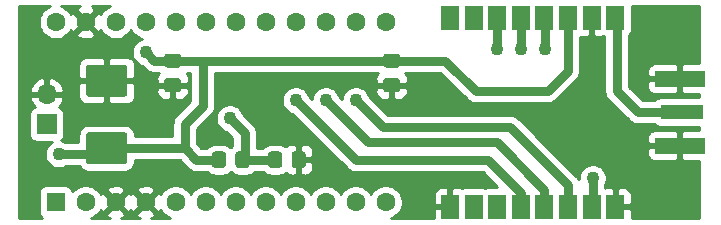
<source format=gbr>
%TF.GenerationSoftware,KiCad,Pcbnew,5.1.9+dfsg1-1+deb11u1*%
%TF.CreationDate,2023-03-09T17:46:08+02:00*%
%TF.ProjectId,lora_digirepeater_micro,6c6f7261-5f64-4696-9769-726570656174,rev?*%
%TF.SameCoordinates,Original*%
%TF.FileFunction,Copper,L1,Top*%
%TF.FilePolarity,Positive*%
%FSLAX46Y46*%
G04 Gerber Fmt 4.6, Leading zero omitted, Abs format (unit mm)*
G04 Created by KiCad (PCBNEW 5.1.9+dfsg1-1+deb11u1) date 2023-03-09 17:46:08*
%MOMM*%
%LPD*%
G01*
G04 APERTURE LIST*
%TA.AperFunction,ComponentPad*%
%ADD10R,1.600000X1.600000*%
%TD*%
%TA.AperFunction,ComponentPad*%
%ADD11C,1.600000*%
%TD*%
%TA.AperFunction,SMDPad,CuDef*%
%ADD12R,1.500000X2.000000*%
%TD*%
%TA.AperFunction,ComponentPad*%
%ADD13R,1.700000X1.700000*%
%TD*%
%TA.AperFunction,ComponentPad*%
%ADD14O,1.700000X1.700000*%
%TD*%
%TA.AperFunction,SMDPad,CuDef*%
%ADD15R,4.200000X1.350000*%
%TD*%
%TA.AperFunction,SMDPad,CuDef*%
%ADD16R,3.600000X1.270000*%
%TD*%
%TA.AperFunction,ViaPad*%
%ADD17C,1.100000*%
%TD*%
%TA.AperFunction,Conductor*%
%ADD18C,0.250000*%
%TD*%
%TA.AperFunction,Conductor*%
%ADD19C,0.500000*%
%TD*%
%TA.AperFunction,Conductor*%
%ADD20C,0.800000*%
%TD*%
%TA.AperFunction,Conductor*%
%ADD21C,0.254000*%
%TD*%
%TA.AperFunction,Conductor*%
%ADD22C,0.100000*%
%TD*%
G04 APERTURE END LIST*
D10*
%TO.P,U1,1*%
%TO.N,N/C*%
X114046000Y-105664000D03*
D11*
%TO.P,U1,2*%
X116586000Y-105664000D03*
%TO.P,U1,3*%
%TO.N,GND*%
X119126000Y-105664000D03*
%TO.P,U1,4*%
X121666000Y-105664000D03*
%TO.P,U1,5*%
%TO.N,DIO1*%
X124206000Y-105664000D03*
%TO.P,U1,6*%
%TO.N,DIO0*%
X126746000Y-105664000D03*
%TO.P,U1,7*%
%TO.N,NRST*%
X129286000Y-105664000D03*
%TO.P,U1,8*%
%TO.N,NSS*%
X131826000Y-105664000D03*
%TO.P,U1,9*%
%TO.N,N/C*%
X134366000Y-105664000D03*
%TO.P,U1,10*%
X136906000Y-105664000D03*
%TO.P,U1,11*%
X139446000Y-105664000D03*
%TO.P,U1,12*%
X141986000Y-105664000D03*
%TO.P,U1,13*%
X141986000Y-90424000D03*
%TO.P,U1,14*%
%TO.N,MOSI*%
X139446000Y-90424000D03*
%TO.P,U1,15*%
%TO.N,MISO*%
X136906000Y-90424000D03*
%TO.P,U1,16*%
%TO.N,SCK*%
X134366000Y-90424000D03*
%TO.P,U1,17*%
%TO.N,N/C*%
X131826000Y-90424000D03*
%TO.P,U1,18*%
X129286000Y-90424000D03*
%TO.P,U1,19*%
X126746000Y-90424000D03*
%TO.P,U1,20*%
%TO.N,VBAT*%
X124206000Y-90424000D03*
%TO.P,U1,21*%
%TO.N,+3V3*%
X121666000Y-90424000D03*
%TO.P,U1,22*%
%TO.N,N/C*%
X119126000Y-90424000D03*
%TO.P,U1,23*%
%TO.N,GND*%
X116586000Y-90424000D03*
%TO.P,U1,24*%
%TO.N,N/C*%
X114046000Y-90424000D03*
%TD*%
D12*
%TO.P,U2,16*%
%TO.N,GND*%
X161432000Y-106044000D03*
%TO.P,U2,15*%
%TO.N,NSS*%
X159432000Y-106044000D03*
%TO.P,U2,14*%
%TO.N,MOSI*%
X157432000Y-106044000D03*
%TO.P,U2,13*%
%TO.N,MISO*%
X155432000Y-106044000D03*
%TO.P,U2,12*%
%TO.N,SCK*%
X153432000Y-106044000D03*
%TO.P,U2,11*%
%TO.N,N/C*%
X151432000Y-106044000D03*
%TO.P,U2,10*%
X149432000Y-106044000D03*
%TO.P,U2,9*%
%TO.N,GND*%
X147432000Y-106044000D03*
%TO.P,U2,8*%
%TO.N,N/C*%
X147432000Y-90044000D03*
%TO.P,U2,7*%
X149432000Y-90044000D03*
%TO.P,U2,6*%
%TO.N,DIO1*%
X151432000Y-90044000D03*
%TO.P,U2,5*%
%TO.N,DIO0*%
X153432000Y-90044000D03*
%TO.P,U2,4*%
%TO.N,NRST*%
X155432000Y-90044000D03*
%TO.P,U2,3*%
%TO.N,+3V3*%
X157432000Y-90044000D03*
%TO.P,U2,2*%
%TO.N,GND*%
X159432000Y-90044000D03*
%TO.P,U2,1*%
%TO.N,ANT*%
X161432000Y-90044000D03*
%TD*%
D13*
%TO.P,J1,1*%
%TO.N,+3V3*%
X113284000Y-99060000D03*
D14*
%TO.P,J1,2*%
%TO.N,GND*%
X113284000Y-96520000D03*
%TD*%
%TO.P,C1,2*%
%TO.N,GND*%
%TA.AperFunction,SMDPad,CuDef*%
G36*
G01*
X123477000Y-95170500D02*
X124427000Y-95170500D01*
G75*
G02*
X124677000Y-95420500I0J-250000D01*
G01*
X124677000Y-96095500D01*
G75*
G02*
X124427000Y-96345500I-250000J0D01*
G01*
X123477000Y-96345500D01*
G75*
G02*
X123227000Y-96095500I0J250000D01*
G01*
X123227000Y-95420500D01*
G75*
G02*
X123477000Y-95170500I250000J0D01*
G01*
G37*
%TD.AperFunction*%
%TO.P,C1,1*%
%TO.N,+3V3*%
%TA.AperFunction,SMDPad,CuDef*%
G36*
G01*
X123477000Y-93095500D02*
X124427000Y-93095500D01*
G75*
G02*
X124677000Y-93345500I0J-250000D01*
G01*
X124677000Y-94020500D01*
G75*
G02*
X124427000Y-94270500I-250000J0D01*
G01*
X123477000Y-94270500D01*
G75*
G02*
X123227000Y-94020500I0J250000D01*
G01*
X123227000Y-93345500D01*
G75*
G02*
X123477000Y-93095500I250000J0D01*
G01*
G37*
%TD.AperFunction*%
%TD*%
%TO.P,C2,1*%
%TO.N,+3V3*%
%TA.AperFunction,SMDPad,CuDef*%
G36*
G01*
X119864001Y-102454500D02*
X116863999Y-102454500D01*
G75*
G02*
X116614000Y-102204501I0J249999D01*
G01*
X116614000Y-99979499D01*
G75*
G02*
X116863999Y-99729500I249999J0D01*
G01*
X119864001Y-99729500D01*
G75*
G02*
X120114000Y-99979499I0J-249999D01*
G01*
X120114000Y-102204501D01*
G75*
G02*
X119864001Y-102454500I-249999J0D01*
G01*
G37*
%TD.AperFunction*%
%TO.P,C2,2*%
%TO.N,GND*%
%TA.AperFunction,SMDPad,CuDef*%
G36*
G01*
X119864001Y-96729500D02*
X116863999Y-96729500D01*
G75*
G02*
X116614000Y-96479501I0J249999D01*
G01*
X116614000Y-94254499D01*
G75*
G02*
X116863999Y-94004500I249999J0D01*
G01*
X119864001Y-94004500D01*
G75*
G02*
X120114000Y-94254499I0J-249999D01*
G01*
X120114000Y-96479501D01*
G75*
G02*
X119864001Y-96729500I-249999J0D01*
G01*
G37*
%TD.AperFunction*%
%TD*%
%TO.P,C3,1*%
%TO.N,+3V3*%
%TA.AperFunction,SMDPad,CuDef*%
G36*
G01*
X142019000Y-93095500D02*
X142969000Y-93095500D01*
G75*
G02*
X143219000Y-93345500I0J-250000D01*
G01*
X143219000Y-94020500D01*
G75*
G02*
X142969000Y-94270500I-250000J0D01*
G01*
X142019000Y-94270500D01*
G75*
G02*
X141769000Y-94020500I0J250000D01*
G01*
X141769000Y-93345500D01*
G75*
G02*
X142019000Y-93095500I250000J0D01*
G01*
G37*
%TD.AperFunction*%
%TO.P,C3,2*%
%TO.N,GND*%
%TA.AperFunction,SMDPad,CuDef*%
G36*
G01*
X142019000Y-95170500D02*
X142969000Y-95170500D01*
G75*
G02*
X143219000Y-95420500I0J-250000D01*
G01*
X143219000Y-96095500D01*
G75*
G02*
X142969000Y-96345500I-250000J0D01*
G01*
X142019000Y-96345500D01*
G75*
G02*
X141769000Y-96095500I0J250000D01*
G01*
X141769000Y-95420500D01*
G75*
G02*
X142019000Y-95170500I250000J0D01*
G01*
G37*
%TD.AperFunction*%
%TD*%
D15*
%TO.P,J2,2*%
%TO.N,GND*%
X166878000Y-100869000D03*
X166878000Y-95219000D03*
D16*
%TO.P,J2,1*%
%TO.N,ANT*%
X167078000Y-98044000D03*
%TD*%
%TO.P,R1,1*%
%TO.N,+3V3*%
%TA.AperFunction,SMDPad,CuDef*%
G36*
G01*
X127275001Y-102517002D02*
X127275001Y-101617000D01*
G75*
G02*
X127525000Y-101367001I249999J0D01*
G01*
X128225002Y-101367001D01*
G75*
G02*
X128475001Y-101617000I0J-249999D01*
G01*
X128475001Y-102517002D01*
G75*
G02*
X128225002Y-102767001I-249999J0D01*
G01*
X127525000Y-102767001D01*
G75*
G02*
X127275001Y-102517002I0J249999D01*
G01*
G37*
%TD.AperFunction*%
%TO.P,R1,2*%
%TO.N,VBAT*%
%TA.AperFunction,SMDPad,CuDef*%
G36*
G01*
X129275001Y-102517002D02*
X129275001Y-101617000D01*
G75*
G02*
X129525000Y-101367001I249999J0D01*
G01*
X130225002Y-101367001D01*
G75*
G02*
X130475001Y-101617000I0J-249999D01*
G01*
X130475001Y-102517002D01*
G75*
G02*
X130225002Y-102767001I-249999J0D01*
G01*
X129525000Y-102767001D01*
G75*
G02*
X129275001Y-102517002I0J249999D01*
G01*
G37*
%TD.AperFunction*%
%TD*%
%TO.P,R2,2*%
%TO.N,GND*%
%TA.AperFunction,SMDPad,CuDef*%
G36*
G01*
X134025001Y-102517002D02*
X134025001Y-101617000D01*
G75*
G02*
X134275000Y-101367001I249999J0D01*
G01*
X134975002Y-101367001D01*
G75*
G02*
X135225001Y-101617000I0J-249999D01*
G01*
X135225001Y-102517002D01*
G75*
G02*
X134975002Y-102767001I-249999J0D01*
G01*
X134275000Y-102767001D01*
G75*
G02*
X134025001Y-102517002I0J249999D01*
G01*
G37*
%TD.AperFunction*%
%TO.P,R2,1*%
%TO.N,VBAT*%
%TA.AperFunction,SMDPad,CuDef*%
G36*
G01*
X132025001Y-102517002D02*
X132025001Y-101617000D01*
G75*
G02*
X132275000Y-101367001I249999J0D01*
G01*
X132975002Y-101367001D01*
G75*
G02*
X133225001Y-101617000I0J-249999D01*
G01*
X133225001Y-102517002D01*
G75*
G02*
X132975002Y-102767001I-249999J0D01*
G01*
X132275000Y-102767001D01*
G75*
G02*
X132025001Y-102517002I0J249999D01*
G01*
G37*
%TD.AperFunction*%
%TD*%
D17*
%TO.N,GND*%
X164592000Y-90170000D03*
X164338000Y-105918000D03*
X159258000Y-92710000D03*
X161544000Y-103632000D03*
X131826000Y-97028000D03*
X121666000Y-103632000D03*
X159258000Y-98044000D03*
X116586000Y-92456000D03*
X119126000Y-103632000D03*
X113284000Y-93726000D03*
X144526000Y-95758000D03*
X154178000Y-98044000D03*
X167640000Y-90170000D03*
X167640000Y-92710000D03*
X167640000Y-105918000D03*
X167640000Y-103378000D03*
X122936000Y-98806000D03*
X144526000Y-105664000D03*
%TO.N,MOSI*%
X139446000Y-97028000D03*
%TO.N,MISO*%
X136906000Y-97028000D03*
%TO.N,SCK*%
X134366000Y-97028000D03*
%TO.N,NSS*%
X159512000Y-103632000D03*
%TO.N,NRST*%
X155448000Y-92710000D03*
%TO.N,DIO1*%
X151384000Y-92710000D03*
%TO.N,+3V3*%
X114300000Y-101600000D03*
X121666000Y-92964000D03*
%TO.N,VBAT*%
X128778000Y-98552000D03*
%TO.N,DIO0*%
X153416000Y-92710000D03*
%TD*%
D18*
%TO.N,MOSI*%
X139446000Y-90424000D02*
X140010058Y-90424000D01*
D19*
X157432000Y-106044000D02*
X157432000Y-105483998D01*
D18*
X139700000Y-97282000D02*
X139446000Y-97028000D01*
D20*
X141732000Y-99314000D02*
X139700000Y-97282000D01*
X152558000Y-99314000D02*
X141732000Y-99314000D01*
X157432000Y-104188000D02*
X152558000Y-99314000D01*
X157432000Y-106044000D02*
X157432000Y-104188000D01*
D19*
%TO.N,MISO*%
X155432000Y-106044000D02*
X155432000Y-105483998D01*
D18*
X137160000Y-97282000D02*
X136906000Y-97028000D01*
D20*
X140462000Y-100584000D02*
X137160000Y-97282000D01*
X151384000Y-100584000D02*
X140462000Y-100584000D01*
X155432000Y-104632000D02*
X151384000Y-100584000D01*
X155432000Y-106044000D02*
X155432000Y-104632000D01*
D19*
%TO.N,SCK*%
X153432000Y-106044000D02*
X153432000Y-105483998D01*
D18*
X134620000Y-97282000D02*
X134366000Y-97028000D01*
D20*
X139446000Y-102108000D02*
X134620000Y-97282000D01*
X150622000Y-102108000D02*
X139446000Y-102108000D01*
X153432000Y-104918000D02*
X150622000Y-102108000D01*
X153432000Y-106044000D02*
X153432000Y-104918000D01*
D19*
%TO.N,NSS*%
X159004000Y-105616000D02*
X159432000Y-106044000D01*
X159512000Y-105964000D02*
X159432000Y-106044000D01*
D20*
X159512000Y-103632000D02*
X159512000Y-105964000D01*
D19*
%TO.N,NRST*%
X155702000Y-90314000D02*
X155432000Y-90044000D01*
D20*
X155448000Y-90060000D02*
X155432000Y-90044000D01*
X155448000Y-92710000D02*
X155448000Y-90060000D01*
D18*
%TO.N,DIO1*%
X151432000Y-90884000D02*
X151432000Y-90044000D01*
D19*
X151384000Y-90092000D02*
X151432000Y-90044000D01*
D20*
X151384000Y-92710000D02*
X151384000Y-90092000D01*
D19*
%TO.N,+3V3*%
X156972000Y-90504000D02*
X157432000Y-90044000D01*
X117856000Y-101600000D02*
X118364000Y-101092000D01*
D20*
X114300000Y-101600000D02*
X117856000Y-101600000D01*
X118364000Y-101092000D02*
X124968000Y-101092000D01*
X132377000Y-93683000D02*
X142494000Y-93683000D01*
X142494000Y-93683000D02*
X147023000Y-93683000D01*
X147023000Y-93683000D02*
X149606000Y-96266000D01*
X149606000Y-96266000D02*
X155702000Y-96266000D01*
X157432000Y-94536000D02*
X157432000Y-90044000D01*
X155702000Y-96266000D02*
X157432000Y-94536000D01*
X124122000Y-93853000D02*
X123952000Y-93683000D01*
X122385000Y-93683000D02*
X121666000Y-92964000D01*
X123952000Y-93683000D02*
X122385000Y-93683000D01*
X125943001Y-102067001D02*
X124968000Y-101092000D01*
X127875001Y-102067001D02*
X125943001Y-102067001D01*
X124968000Y-101092000D02*
X124968000Y-99060000D01*
X124968000Y-99060000D02*
X126492000Y-97536000D01*
X126492000Y-93726000D02*
X123995000Y-93726000D01*
X132080000Y-93726000D02*
X126492000Y-93726000D01*
X126492000Y-97536000D02*
X126492000Y-93726000D01*
%TO.N,VBAT*%
X129742827Y-101934827D02*
X129875001Y-102067001D01*
X129875001Y-102067001D02*
X132625001Y-102067001D01*
X128778000Y-98552000D02*
X130048000Y-99822000D01*
X130048000Y-101894002D02*
X129875001Y-102067001D01*
X130048000Y-99822000D02*
X130048000Y-101894002D01*
D19*
%TO.N,ANT*%
X161544000Y-90156000D02*
X161432000Y-90044000D01*
D20*
X161544000Y-92710000D02*
X161544000Y-90156000D01*
X167078000Y-98044000D02*
X163322000Y-98044000D01*
X161544000Y-96266000D02*
X161544000Y-92710000D01*
X163322000Y-98044000D02*
X161544000Y-96266000D01*
D19*
%TO.N,DIO0*%
X153416000Y-90060000D02*
X153432000Y-90044000D01*
D20*
X153416000Y-92710000D02*
X153416000Y-90060000D01*
%TD*%
D21*
%TO.N,GND*%
X113366273Y-89152320D02*
X113131241Y-89309363D01*
X112931363Y-89509241D01*
X112774320Y-89744273D01*
X112666147Y-90005426D01*
X112611000Y-90282665D01*
X112611000Y-90565335D01*
X112666147Y-90842574D01*
X112774320Y-91103727D01*
X112931363Y-91338759D01*
X113131241Y-91538637D01*
X113366273Y-91695680D01*
X113627426Y-91803853D01*
X113904665Y-91859000D01*
X114187335Y-91859000D01*
X114464574Y-91803853D01*
X114725727Y-91695680D01*
X114960759Y-91538637D01*
X115082694Y-91416702D01*
X115772903Y-91416702D01*
X115844486Y-91660671D01*
X116099996Y-91781571D01*
X116374184Y-91850300D01*
X116656512Y-91864217D01*
X116936130Y-91822787D01*
X117202292Y-91727603D01*
X117327514Y-91660671D01*
X117399097Y-91416702D01*
X116586000Y-90603605D01*
X115772903Y-91416702D01*
X115082694Y-91416702D01*
X115160637Y-91338759D01*
X115316915Y-91104872D01*
X115349329Y-91165514D01*
X115593298Y-91237097D01*
X116406395Y-90424000D01*
X115593298Y-89610903D01*
X115349329Y-89682486D01*
X115318806Y-89746992D01*
X115317680Y-89744273D01*
X115160637Y-89509241D01*
X114960759Y-89309363D01*
X114725727Y-89152320D01*
X114543888Y-89077000D01*
X116091059Y-89077000D01*
X115969708Y-89120397D01*
X115844486Y-89187329D01*
X115772903Y-89431298D01*
X116586000Y-90244395D01*
X117399097Y-89431298D01*
X117327514Y-89187329D01*
X117094345Y-89077000D01*
X118628112Y-89077000D01*
X118446273Y-89152320D01*
X118211241Y-89309363D01*
X118011363Y-89509241D01*
X117855085Y-89743128D01*
X117822671Y-89682486D01*
X117578702Y-89610903D01*
X116765605Y-90424000D01*
X117578702Y-91237097D01*
X117822671Y-91165514D01*
X117853194Y-91101008D01*
X117854320Y-91103727D01*
X118011363Y-91338759D01*
X118211241Y-91538637D01*
X118446273Y-91695680D01*
X118707426Y-91803853D01*
X118984665Y-91859000D01*
X119267335Y-91859000D01*
X119544574Y-91803853D01*
X119805727Y-91695680D01*
X120040759Y-91538637D01*
X120240637Y-91338759D01*
X120396000Y-91106241D01*
X120551363Y-91338759D01*
X120751241Y-91538637D01*
X120986273Y-91695680D01*
X121247426Y-91803853D01*
X121335884Y-91821449D01*
X121320348Y-91824539D01*
X121104692Y-91913866D01*
X120910606Y-92043550D01*
X120745550Y-92208606D01*
X120615866Y-92402692D01*
X120526539Y-92618348D01*
X120481000Y-92847288D01*
X120481000Y-93080712D01*
X120526539Y-93309652D01*
X120615866Y-93525308D01*
X120745550Y-93719394D01*
X120910606Y-93884450D01*
X121104692Y-94014134D01*
X121320348Y-94103461D01*
X121347065Y-94108775D01*
X121617196Y-94378907D01*
X121649604Y-94418396D01*
X121689092Y-94450803D01*
X121807202Y-94547734D01*
X121987006Y-94643841D01*
X122002240Y-94648462D01*
X122182105Y-94703024D01*
X122334162Y-94718000D01*
X122334165Y-94718000D01*
X122385000Y-94723007D01*
X122435835Y-94718000D01*
X122777417Y-94718000D01*
X122775815Y-94719315D01*
X122696463Y-94816006D01*
X122637498Y-94926320D01*
X122601188Y-95046018D01*
X122588928Y-95170500D01*
X122592000Y-95472250D01*
X122750750Y-95631000D01*
X123825000Y-95631000D01*
X123825000Y-95611000D01*
X124079000Y-95611000D01*
X124079000Y-95631000D01*
X125153250Y-95631000D01*
X125312000Y-95472250D01*
X125315072Y-95170500D01*
X125302812Y-95046018D01*
X125266502Y-94926320D01*
X125207537Y-94816006D01*
X125162395Y-94761000D01*
X125457001Y-94761000D01*
X125457000Y-97107289D01*
X124272092Y-98292198D01*
X124232605Y-98324604D01*
X124200198Y-98364092D01*
X124200197Y-98364093D01*
X124103266Y-98482203D01*
X124007160Y-98662007D01*
X123947977Y-98857105D01*
X123927994Y-99060000D01*
X123933001Y-99110837D01*
X123933001Y-100057000D01*
X120752072Y-100057000D01*
X120752072Y-99979499D01*
X120735008Y-99806245D01*
X120684472Y-99639649D01*
X120602405Y-99486113D01*
X120491962Y-99351538D01*
X120357387Y-99241095D01*
X120203851Y-99159028D01*
X120037255Y-99108492D01*
X119864001Y-99091428D01*
X116863999Y-99091428D01*
X116690745Y-99108492D01*
X116524149Y-99159028D01*
X116370613Y-99241095D01*
X116236038Y-99351538D01*
X116125595Y-99486113D01*
X116043528Y-99639649D01*
X115992992Y-99806245D01*
X115975928Y-99979499D01*
X115975928Y-100565000D01*
X114883958Y-100565000D01*
X114861308Y-100549866D01*
X114645652Y-100460539D01*
X114499536Y-100431475D01*
X114585185Y-100361185D01*
X114664537Y-100264494D01*
X114723502Y-100154180D01*
X114759812Y-100034482D01*
X114772072Y-99910000D01*
X114772072Y-98210000D01*
X114759812Y-98085518D01*
X114723502Y-97965820D01*
X114664537Y-97855506D01*
X114585185Y-97758815D01*
X114488494Y-97679463D01*
X114378180Y-97620498D01*
X114297534Y-97596034D01*
X114381588Y-97520269D01*
X114555641Y-97286920D01*
X114680825Y-97024099D01*
X114725476Y-96876890D01*
X114647694Y-96729500D01*
X115975928Y-96729500D01*
X115988188Y-96853982D01*
X116024498Y-96973680D01*
X116083463Y-97083994D01*
X116162815Y-97180685D01*
X116259506Y-97260037D01*
X116369820Y-97319002D01*
X116489518Y-97355312D01*
X116614000Y-97367572D01*
X118078250Y-97364500D01*
X118237000Y-97205750D01*
X118237000Y-95494000D01*
X118491000Y-95494000D01*
X118491000Y-97205750D01*
X118649750Y-97364500D01*
X120114000Y-97367572D01*
X120238482Y-97355312D01*
X120358180Y-97319002D01*
X120468494Y-97260037D01*
X120565185Y-97180685D01*
X120644537Y-97083994D01*
X120703502Y-96973680D01*
X120739812Y-96853982D01*
X120752072Y-96729500D01*
X120750977Y-96345500D01*
X122588928Y-96345500D01*
X122601188Y-96469982D01*
X122637498Y-96589680D01*
X122696463Y-96699994D01*
X122775815Y-96796685D01*
X122872506Y-96876037D01*
X122982820Y-96935002D01*
X123102518Y-96971312D01*
X123227000Y-96983572D01*
X123666250Y-96980500D01*
X123825000Y-96821750D01*
X123825000Y-95885000D01*
X124079000Y-95885000D01*
X124079000Y-96821750D01*
X124237750Y-96980500D01*
X124677000Y-96983572D01*
X124801482Y-96971312D01*
X124921180Y-96935002D01*
X125031494Y-96876037D01*
X125128185Y-96796685D01*
X125207537Y-96699994D01*
X125266502Y-96589680D01*
X125302812Y-96469982D01*
X125315072Y-96345500D01*
X125312000Y-96043750D01*
X125153250Y-95885000D01*
X124079000Y-95885000D01*
X123825000Y-95885000D01*
X122750750Y-95885000D01*
X122592000Y-96043750D01*
X122588928Y-96345500D01*
X120750977Y-96345500D01*
X120749000Y-95652750D01*
X120590250Y-95494000D01*
X118491000Y-95494000D01*
X118237000Y-95494000D01*
X116137750Y-95494000D01*
X115979000Y-95652750D01*
X115975928Y-96729500D01*
X114647694Y-96729500D01*
X114604155Y-96647000D01*
X113411000Y-96647000D01*
X113411000Y-96667000D01*
X113157000Y-96667000D01*
X113157000Y-96647000D01*
X111963845Y-96647000D01*
X111842524Y-96876890D01*
X111887175Y-97024099D01*
X112012359Y-97286920D01*
X112186412Y-97520269D01*
X112270466Y-97596034D01*
X112189820Y-97620498D01*
X112079506Y-97679463D01*
X111982815Y-97758815D01*
X111903463Y-97855506D01*
X111844498Y-97965820D01*
X111808188Y-98085518D01*
X111795928Y-98210000D01*
X111795928Y-99910000D01*
X111808188Y-100034482D01*
X111844498Y-100154180D01*
X111903463Y-100264494D01*
X111982815Y-100361185D01*
X112079506Y-100440537D01*
X112189820Y-100499502D01*
X112309518Y-100535812D01*
X112434000Y-100548072D01*
X113743023Y-100548072D01*
X113738692Y-100549866D01*
X113544606Y-100679550D01*
X113379550Y-100844606D01*
X113249866Y-101038692D01*
X113160539Y-101254348D01*
X113115000Y-101483288D01*
X113115000Y-101716712D01*
X113160539Y-101945652D01*
X113249866Y-102161308D01*
X113379550Y-102355394D01*
X113544606Y-102520450D01*
X113738692Y-102650134D01*
X113954348Y-102739461D01*
X114183288Y-102785000D01*
X114416712Y-102785000D01*
X114645652Y-102739461D01*
X114861308Y-102650134D01*
X114883958Y-102635000D01*
X116091981Y-102635000D01*
X116125595Y-102697887D01*
X116236038Y-102832462D01*
X116370613Y-102942905D01*
X116524149Y-103024972D01*
X116690745Y-103075508D01*
X116863999Y-103092572D01*
X119864001Y-103092572D01*
X120037255Y-103075508D01*
X120203851Y-103024972D01*
X120357387Y-102942905D01*
X120491962Y-102832462D01*
X120602405Y-102697887D01*
X120684472Y-102544351D01*
X120735008Y-102377755D01*
X120752072Y-102204501D01*
X120752072Y-102127000D01*
X124539290Y-102127000D01*
X125175198Y-102762909D01*
X125207605Y-102802397D01*
X125247093Y-102834804D01*
X125365203Y-102931735D01*
X125441908Y-102972734D01*
X125545008Y-103027842D01*
X125740106Y-103087025D01*
X125892163Y-103102001D01*
X125892166Y-103102001D01*
X125943001Y-103107008D01*
X125993836Y-103102001D01*
X126861781Y-103102001D01*
X126897039Y-103144963D01*
X127031614Y-103255406D01*
X127185150Y-103337473D01*
X127351746Y-103388009D01*
X127525000Y-103405073D01*
X128225002Y-103405073D01*
X128398256Y-103388009D01*
X128564852Y-103337473D01*
X128718388Y-103255406D01*
X128852963Y-103144963D01*
X128875001Y-103118110D01*
X128897039Y-103144963D01*
X129031614Y-103255406D01*
X129185150Y-103337473D01*
X129351746Y-103388009D01*
X129525000Y-103405073D01*
X130225002Y-103405073D01*
X130398256Y-103388009D01*
X130564852Y-103337473D01*
X130718388Y-103255406D01*
X130852963Y-103144963D01*
X130888221Y-103102001D01*
X131611781Y-103102001D01*
X131647039Y-103144963D01*
X131781614Y-103255406D01*
X131935150Y-103337473D01*
X132101746Y-103388009D01*
X132275000Y-103405073D01*
X132975002Y-103405073D01*
X133148256Y-103388009D01*
X133314852Y-103337473D01*
X133468388Y-103255406D01*
X133549638Y-103188725D01*
X133573816Y-103218186D01*
X133670507Y-103297538D01*
X133780821Y-103356503D01*
X133900519Y-103392813D01*
X134025001Y-103405073D01*
X134339251Y-103402001D01*
X134498001Y-103243251D01*
X134498001Y-102194001D01*
X134752001Y-102194001D01*
X134752001Y-103243251D01*
X134910751Y-103402001D01*
X135225001Y-103405073D01*
X135349483Y-103392813D01*
X135469181Y-103356503D01*
X135579495Y-103297538D01*
X135676186Y-103218186D01*
X135755538Y-103121495D01*
X135814503Y-103011181D01*
X135850813Y-102891483D01*
X135863073Y-102767001D01*
X135860001Y-102352751D01*
X135701251Y-102194001D01*
X134752001Y-102194001D01*
X134498001Y-102194001D01*
X134478001Y-102194001D01*
X134478001Y-101940001D01*
X134498001Y-101940001D01*
X134498001Y-100890751D01*
X134752001Y-100890751D01*
X134752001Y-101940001D01*
X135701251Y-101940001D01*
X135860001Y-101781251D01*
X135863073Y-101367001D01*
X135850813Y-101242519D01*
X135814503Y-101122821D01*
X135755538Y-101012507D01*
X135676186Y-100915816D01*
X135579495Y-100836464D01*
X135469181Y-100777499D01*
X135349483Y-100741189D01*
X135225001Y-100728929D01*
X134910751Y-100732001D01*
X134752001Y-100890751D01*
X134498001Y-100890751D01*
X134339251Y-100732001D01*
X134025001Y-100728929D01*
X133900519Y-100741189D01*
X133780821Y-100777499D01*
X133670507Y-100836464D01*
X133573816Y-100915816D01*
X133549638Y-100945277D01*
X133468388Y-100878596D01*
X133314852Y-100796529D01*
X133148256Y-100745993D01*
X132975002Y-100728929D01*
X132275000Y-100728929D01*
X132101746Y-100745993D01*
X131935150Y-100796529D01*
X131781614Y-100878596D01*
X131647039Y-100989039D01*
X131611781Y-101032001D01*
X131083000Y-101032001D01*
X131083000Y-99872827D01*
X131088006Y-99821999D01*
X131083000Y-99771171D01*
X131083000Y-99771162D01*
X131068024Y-99619105D01*
X131008841Y-99424007D01*
X130914714Y-99247907D01*
X130912734Y-99244202D01*
X130815803Y-99126092D01*
X130783396Y-99086604D01*
X130743908Y-99054197D01*
X129922775Y-98233065D01*
X129917461Y-98206348D01*
X129828134Y-97990692D01*
X129698450Y-97796606D01*
X129533394Y-97631550D01*
X129339308Y-97501866D01*
X129123652Y-97412539D01*
X128894712Y-97367000D01*
X128661288Y-97367000D01*
X128432348Y-97412539D01*
X128216692Y-97501866D01*
X128022606Y-97631550D01*
X127857550Y-97796606D01*
X127727866Y-97990692D01*
X127638539Y-98206348D01*
X127593000Y-98435288D01*
X127593000Y-98668712D01*
X127638539Y-98897652D01*
X127727866Y-99113308D01*
X127857550Y-99307394D01*
X128022606Y-99472450D01*
X128216692Y-99602134D01*
X128432348Y-99691461D01*
X128459065Y-99696775D01*
X129013000Y-100250711D01*
X129013001Y-100893872D01*
X128897039Y-100989039D01*
X128875001Y-101015892D01*
X128852963Y-100989039D01*
X128718388Y-100878596D01*
X128564852Y-100796529D01*
X128398256Y-100745993D01*
X128225002Y-100728929D01*
X127525000Y-100728929D01*
X127351746Y-100745993D01*
X127185150Y-100796529D01*
X127031614Y-100878596D01*
X126897039Y-100989039D01*
X126861781Y-101032001D01*
X126371712Y-101032001D01*
X126003000Y-100663290D01*
X126003000Y-99488710D01*
X127187908Y-98303803D01*
X127227396Y-98271396D01*
X127356734Y-98113797D01*
X127452841Y-97933993D01*
X127512024Y-97738895D01*
X127527000Y-97586838D01*
X127527000Y-97586829D01*
X127532006Y-97536001D01*
X127527000Y-97485173D01*
X127527000Y-94761000D01*
X132130838Y-94761000D01*
X132282895Y-94746024D01*
X132375277Y-94718000D01*
X141319417Y-94718000D01*
X141317815Y-94719315D01*
X141238463Y-94816006D01*
X141179498Y-94926320D01*
X141143188Y-95046018D01*
X141130928Y-95170500D01*
X141134000Y-95472250D01*
X141292750Y-95631000D01*
X142367000Y-95631000D01*
X142367000Y-95611000D01*
X142621000Y-95611000D01*
X142621000Y-95631000D01*
X143695250Y-95631000D01*
X143854000Y-95472250D01*
X143857072Y-95170500D01*
X143844812Y-95046018D01*
X143808502Y-94926320D01*
X143749537Y-94816006D01*
X143670185Y-94719315D01*
X143668583Y-94718000D01*
X146594290Y-94718000D01*
X148838196Y-96961907D01*
X148870604Y-97001396D01*
X148910092Y-97033803D01*
X149028202Y-97130734D01*
X149114733Y-97176985D01*
X149208007Y-97226841D01*
X149403105Y-97286024D01*
X149555162Y-97301000D01*
X149555165Y-97301000D01*
X149606000Y-97306007D01*
X149656835Y-97301000D01*
X155651172Y-97301000D01*
X155702000Y-97306006D01*
X155752828Y-97301000D01*
X155752838Y-97301000D01*
X155904895Y-97286024D01*
X156099993Y-97226841D01*
X156279797Y-97130734D01*
X156437396Y-97001396D01*
X156469807Y-96961903D01*
X158127908Y-95303803D01*
X158167396Y-95271396D01*
X158296734Y-95113797D01*
X158392841Y-94933993D01*
X158452024Y-94738895D01*
X158467000Y-94586838D01*
X158467000Y-94586829D01*
X158472006Y-94536001D01*
X158467000Y-94485173D01*
X158467000Y-91642354D01*
X158557518Y-91669812D01*
X158682000Y-91682072D01*
X159146250Y-91679000D01*
X159305000Y-91520250D01*
X159305000Y-90171000D01*
X159285000Y-90171000D01*
X159285000Y-89917000D01*
X159305000Y-89917000D01*
X159305000Y-89897000D01*
X159559000Y-89897000D01*
X159559000Y-89917000D01*
X159579000Y-89917000D01*
X159579000Y-90171000D01*
X159559000Y-90171000D01*
X159559000Y-91520250D01*
X159717750Y-91679000D01*
X160182000Y-91682072D01*
X160306482Y-91669812D01*
X160426180Y-91633502D01*
X160432000Y-91630391D01*
X160437820Y-91633502D01*
X160509000Y-91655094D01*
X160509000Y-92760837D01*
X160509001Y-92760847D01*
X160509000Y-96215172D01*
X160503994Y-96266000D01*
X160509000Y-96316828D01*
X160509000Y-96316837D01*
X160523976Y-96468894D01*
X160583159Y-96663992D01*
X160679266Y-96843797D01*
X160808604Y-97001396D01*
X160848097Y-97033807D01*
X162554197Y-98739908D01*
X162586604Y-98779396D01*
X162626092Y-98811803D01*
X162744202Y-98908734D01*
X162821393Y-98949993D01*
X162924007Y-99004841D01*
X163119105Y-99064024D01*
X163271162Y-99079000D01*
X163271165Y-99079000D01*
X163322000Y-99084007D01*
X163372835Y-99079000D01*
X164784809Y-99079000D01*
X164826815Y-99130185D01*
X164923506Y-99209537D01*
X165033820Y-99268502D01*
X165153518Y-99304812D01*
X165278000Y-99317072D01*
X168479001Y-99317072D01*
X168479001Y-99556773D01*
X167163750Y-99559000D01*
X167005000Y-99717750D01*
X167005000Y-100742000D01*
X167025000Y-100742000D01*
X167025000Y-100996000D01*
X167005000Y-100996000D01*
X167005000Y-102020250D01*
X167163750Y-102179000D01*
X168479001Y-102181227D01*
X168479001Y-107011000D01*
X162819930Y-107011000D01*
X162817000Y-106329750D01*
X162658250Y-106171000D01*
X161559000Y-106171000D01*
X161559000Y-106191000D01*
X161305000Y-106191000D01*
X161305000Y-106171000D01*
X161285000Y-106171000D01*
X161285000Y-105917000D01*
X161305000Y-105917000D01*
X161305000Y-104567750D01*
X161559000Y-104567750D01*
X161559000Y-105917000D01*
X162658250Y-105917000D01*
X162817000Y-105758250D01*
X162820072Y-105044000D01*
X162807812Y-104919518D01*
X162771502Y-104799820D01*
X162712537Y-104689506D01*
X162633185Y-104592815D01*
X162536494Y-104513463D01*
X162426180Y-104454498D01*
X162306482Y-104418188D01*
X162182000Y-104405928D01*
X161717750Y-104409000D01*
X161559000Y-104567750D01*
X161305000Y-104567750D01*
X161146250Y-104409000D01*
X160682000Y-104405928D01*
X160557518Y-104418188D01*
X160547000Y-104421379D01*
X160547000Y-104215958D01*
X160562134Y-104193308D01*
X160651461Y-103977652D01*
X160697000Y-103748712D01*
X160697000Y-103515288D01*
X160651461Y-103286348D01*
X160562134Y-103070692D01*
X160432450Y-102876606D01*
X160267394Y-102711550D01*
X160073308Y-102581866D01*
X159857652Y-102492539D01*
X159628712Y-102447000D01*
X159395288Y-102447000D01*
X159166348Y-102492539D01*
X158950692Y-102581866D01*
X158756606Y-102711550D01*
X158591550Y-102876606D01*
X158461866Y-103070692D01*
X158372539Y-103286348D01*
X158327000Y-103515288D01*
X158327000Y-103666827D01*
X158297682Y-103611976D01*
X158296734Y-103610202D01*
X158199803Y-103492092D01*
X158167396Y-103452604D01*
X158127908Y-103420197D01*
X156251711Y-101544000D01*
X164139928Y-101544000D01*
X164152188Y-101668482D01*
X164188498Y-101788180D01*
X164247463Y-101898494D01*
X164326815Y-101995185D01*
X164423506Y-102074537D01*
X164533820Y-102133502D01*
X164653518Y-102169812D01*
X164778000Y-102182072D01*
X166592250Y-102179000D01*
X166751000Y-102020250D01*
X166751000Y-100996000D01*
X164301750Y-100996000D01*
X164143000Y-101154750D01*
X164139928Y-101544000D01*
X156251711Y-101544000D01*
X154901711Y-100194000D01*
X164139928Y-100194000D01*
X164143000Y-100583250D01*
X164301750Y-100742000D01*
X166751000Y-100742000D01*
X166751000Y-99717750D01*
X166592250Y-99559000D01*
X164778000Y-99555928D01*
X164653518Y-99568188D01*
X164533820Y-99604498D01*
X164423506Y-99663463D01*
X164326815Y-99742815D01*
X164247463Y-99839506D01*
X164188498Y-99949820D01*
X164152188Y-100069518D01*
X164139928Y-100194000D01*
X154901711Y-100194000D01*
X153325807Y-98618097D01*
X153293396Y-98578604D01*
X153135797Y-98449266D01*
X152955993Y-98353159D01*
X152760895Y-98293976D01*
X152608838Y-98279000D01*
X152608828Y-98279000D01*
X152558000Y-98273994D01*
X152507172Y-98279000D01*
X142160711Y-98279000D01*
X140590775Y-96709065D01*
X140585461Y-96682348D01*
X140496134Y-96466692D01*
X140415157Y-96345500D01*
X141130928Y-96345500D01*
X141143188Y-96469982D01*
X141179498Y-96589680D01*
X141238463Y-96699994D01*
X141317815Y-96796685D01*
X141414506Y-96876037D01*
X141524820Y-96935002D01*
X141644518Y-96971312D01*
X141769000Y-96983572D01*
X142208250Y-96980500D01*
X142367000Y-96821750D01*
X142367000Y-95885000D01*
X142621000Y-95885000D01*
X142621000Y-96821750D01*
X142779750Y-96980500D01*
X143219000Y-96983572D01*
X143343482Y-96971312D01*
X143463180Y-96935002D01*
X143573494Y-96876037D01*
X143670185Y-96796685D01*
X143749537Y-96699994D01*
X143808502Y-96589680D01*
X143844812Y-96469982D01*
X143857072Y-96345500D01*
X143854000Y-96043750D01*
X143695250Y-95885000D01*
X142621000Y-95885000D01*
X142367000Y-95885000D01*
X141292750Y-95885000D01*
X141134000Y-96043750D01*
X141130928Y-96345500D01*
X140415157Y-96345500D01*
X140366450Y-96272606D01*
X140201394Y-96107550D01*
X140007308Y-95977866D01*
X139791652Y-95888539D01*
X139562712Y-95843000D01*
X139329288Y-95843000D01*
X139100348Y-95888539D01*
X138884692Y-95977866D01*
X138690606Y-96107550D01*
X138525550Y-96272606D01*
X138395866Y-96466692D01*
X138306539Y-96682348D01*
X138261000Y-96911288D01*
X138261000Y-96919290D01*
X138050775Y-96709065D01*
X138045461Y-96682348D01*
X137956134Y-96466692D01*
X137826450Y-96272606D01*
X137661394Y-96107550D01*
X137467308Y-95977866D01*
X137251652Y-95888539D01*
X137022712Y-95843000D01*
X136789288Y-95843000D01*
X136560348Y-95888539D01*
X136344692Y-95977866D01*
X136150606Y-96107550D01*
X135985550Y-96272606D01*
X135855866Y-96466692D01*
X135766539Y-96682348D01*
X135721000Y-96911288D01*
X135721000Y-96919290D01*
X135510775Y-96709065D01*
X135505461Y-96682348D01*
X135416134Y-96466692D01*
X135286450Y-96272606D01*
X135121394Y-96107550D01*
X134927308Y-95977866D01*
X134711652Y-95888539D01*
X134482712Y-95843000D01*
X134249288Y-95843000D01*
X134020348Y-95888539D01*
X133804692Y-95977866D01*
X133610606Y-96107550D01*
X133445550Y-96272606D01*
X133315866Y-96466692D01*
X133226539Y-96682348D01*
X133181000Y-96911288D01*
X133181000Y-97144712D01*
X133226539Y-97373652D01*
X133315866Y-97589308D01*
X133445550Y-97783394D01*
X133610606Y-97948450D01*
X133804692Y-98078134D01*
X134020348Y-98167461D01*
X134047065Y-98172775D01*
X138678196Y-102803907D01*
X138710604Y-102843396D01*
X138750092Y-102875803D01*
X138868202Y-102972734D01*
X138938649Y-103010388D01*
X139048007Y-103068841D01*
X139243105Y-103128024D01*
X139395162Y-103143000D01*
X139395165Y-103143000D01*
X139446000Y-103148007D01*
X139496835Y-103143000D01*
X150193290Y-103143000D01*
X151456217Y-104405928D01*
X150682000Y-104405928D01*
X150557518Y-104418188D01*
X150437820Y-104454498D01*
X150432000Y-104457609D01*
X150426180Y-104454498D01*
X150306482Y-104418188D01*
X150182000Y-104405928D01*
X148682000Y-104405928D01*
X148557518Y-104418188D01*
X148437820Y-104454498D01*
X148432000Y-104457609D01*
X148426180Y-104454498D01*
X148306482Y-104418188D01*
X148182000Y-104405928D01*
X147717750Y-104409000D01*
X147559000Y-104567750D01*
X147559000Y-105917000D01*
X147579000Y-105917000D01*
X147579000Y-106171000D01*
X147559000Y-106171000D01*
X147559000Y-106191000D01*
X147305000Y-106191000D01*
X147305000Y-106171000D01*
X146205750Y-106171000D01*
X146047000Y-106329750D01*
X146044070Y-107011000D01*
X142483888Y-107011000D01*
X142665727Y-106935680D01*
X142900759Y-106778637D01*
X143100637Y-106578759D01*
X143257680Y-106343727D01*
X143365853Y-106082574D01*
X143421000Y-105805335D01*
X143421000Y-105522665D01*
X143365853Y-105245426D01*
X143282420Y-105044000D01*
X146043928Y-105044000D01*
X146047000Y-105758250D01*
X146205750Y-105917000D01*
X147305000Y-105917000D01*
X147305000Y-104567750D01*
X147146250Y-104409000D01*
X146682000Y-104405928D01*
X146557518Y-104418188D01*
X146437820Y-104454498D01*
X146327506Y-104513463D01*
X146230815Y-104592815D01*
X146151463Y-104689506D01*
X146092498Y-104799820D01*
X146056188Y-104919518D01*
X146043928Y-105044000D01*
X143282420Y-105044000D01*
X143257680Y-104984273D01*
X143100637Y-104749241D01*
X142900759Y-104549363D01*
X142665727Y-104392320D01*
X142404574Y-104284147D01*
X142127335Y-104229000D01*
X141844665Y-104229000D01*
X141567426Y-104284147D01*
X141306273Y-104392320D01*
X141071241Y-104549363D01*
X140871363Y-104749241D01*
X140716000Y-104981759D01*
X140560637Y-104749241D01*
X140360759Y-104549363D01*
X140125727Y-104392320D01*
X139864574Y-104284147D01*
X139587335Y-104229000D01*
X139304665Y-104229000D01*
X139027426Y-104284147D01*
X138766273Y-104392320D01*
X138531241Y-104549363D01*
X138331363Y-104749241D01*
X138176000Y-104981759D01*
X138020637Y-104749241D01*
X137820759Y-104549363D01*
X137585727Y-104392320D01*
X137324574Y-104284147D01*
X137047335Y-104229000D01*
X136764665Y-104229000D01*
X136487426Y-104284147D01*
X136226273Y-104392320D01*
X135991241Y-104549363D01*
X135791363Y-104749241D01*
X135636000Y-104981759D01*
X135480637Y-104749241D01*
X135280759Y-104549363D01*
X135045727Y-104392320D01*
X134784574Y-104284147D01*
X134507335Y-104229000D01*
X134224665Y-104229000D01*
X133947426Y-104284147D01*
X133686273Y-104392320D01*
X133451241Y-104549363D01*
X133251363Y-104749241D01*
X133096000Y-104981759D01*
X132940637Y-104749241D01*
X132740759Y-104549363D01*
X132505727Y-104392320D01*
X132244574Y-104284147D01*
X131967335Y-104229000D01*
X131684665Y-104229000D01*
X131407426Y-104284147D01*
X131146273Y-104392320D01*
X130911241Y-104549363D01*
X130711363Y-104749241D01*
X130556000Y-104981759D01*
X130400637Y-104749241D01*
X130200759Y-104549363D01*
X129965727Y-104392320D01*
X129704574Y-104284147D01*
X129427335Y-104229000D01*
X129144665Y-104229000D01*
X128867426Y-104284147D01*
X128606273Y-104392320D01*
X128371241Y-104549363D01*
X128171363Y-104749241D01*
X128016000Y-104981759D01*
X127860637Y-104749241D01*
X127660759Y-104549363D01*
X127425727Y-104392320D01*
X127164574Y-104284147D01*
X126887335Y-104229000D01*
X126604665Y-104229000D01*
X126327426Y-104284147D01*
X126066273Y-104392320D01*
X125831241Y-104549363D01*
X125631363Y-104749241D01*
X125476000Y-104981759D01*
X125320637Y-104749241D01*
X125120759Y-104549363D01*
X124885727Y-104392320D01*
X124624574Y-104284147D01*
X124347335Y-104229000D01*
X124064665Y-104229000D01*
X123787426Y-104284147D01*
X123526273Y-104392320D01*
X123291241Y-104549363D01*
X123091363Y-104749241D01*
X122935085Y-104983128D01*
X122902671Y-104922486D01*
X122658702Y-104850903D01*
X121845605Y-105664000D01*
X122658702Y-106477097D01*
X122902671Y-106405514D01*
X122933194Y-106341008D01*
X122934320Y-106343727D01*
X123091363Y-106578759D01*
X123291241Y-106778637D01*
X123526273Y-106935680D01*
X123708112Y-107011000D01*
X122160941Y-107011000D01*
X122282292Y-106967603D01*
X122407514Y-106900671D01*
X122479097Y-106656702D01*
X121666000Y-105843605D01*
X120852903Y-106656702D01*
X120924486Y-106900671D01*
X121157655Y-107011000D01*
X119620941Y-107011000D01*
X119742292Y-106967603D01*
X119867514Y-106900671D01*
X119939097Y-106656702D01*
X119126000Y-105843605D01*
X118312903Y-106656702D01*
X118384486Y-106900671D01*
X118617655Y-107011000D01*
X117083888Y-107011000D01*
X117265727Y-106935680D01*
X117500759Y-106778637D01*
X117700637Y-106578759D01*
X117856915Y-106344872D01*
X117889329Y-106405514D01*
X118133298Y-106477097D01*
X118946395Y-105664000D01*
X119305605Y-105664000D01*
X120118702Y-106477097D01*
X120362671Y-106405514D01*
X120393971Y-106339364D01*
X120429329Y-106405514D01*
X120673298Y-106477097D01*
X121486395Y-105664000D01*
X120673298Y-104850903D01*
X120429329Y-104922486D01*
X120398029Y-104988636D01*
X120362671Y-104922486D01*
X120118702Y-104850903D01*
X119305605Y-105664000D01*
X118946395Y-105664000D01*
X118133298Y-104850903D01*
X117889329Y-104922486D01*
X117858806Y-104986992D01*
X117857680Y-104984273D01*
X117700637Y-104749241D01*
X117622694Y-104671298D01*
X118312903Y-104671298D01*
X119126000Y-105484395D01*
X119939097Y-104671298D01*
X120852903Y-104671298D01*
X121666000Y-105484395D01*
X122479097Y-104671298D01*
X122407514Y-104427329D01*
X122152004Y-104306429D01*
X121877816Y-104237700D01*
X121595488Y-104223783D01*
X121315870Y-104265213D01*
X121049708Y-104360397D01*
X120924486Y-104427329D01*
X120852903Y-104671298D01*
X119939097Y-104671298D01*
X119867514Y-104427329D01*
X119612004Y-104306429D01*
X119337816Y-104237700D01*
X119055488Y-104223783D01*
X118775870Y-104265213D01*
X118509708Y-104360397D01*
X118384486Y-104427329D01*
X118312903Y-104671298D01*
X117622694Y-104671298D01*
X117500759Y-104549363D01*
X117265727Y-104392320D01*
X117004574Y-104284147D01*
X116727335Y-104229000D01*
X116444665Y-104229000D01*
X116167426Y-104284147D01*
X115906273Y-104392320D01*
X115671241Y-104549363D01*
X115472643Y-104747961D01*
X115471812Y-104739518D01*
X115435502Y-104619820D01*
X115376537Y-104509506D01*
X115297185Y-104412815D01*
X115200494Y-104333463D01*
X115090180Y-104274498D01*
X114970482Y-104238188D01*
X114846000Y-104225928D01*
X113246000Y-104225928D01*
X113121518Y-104238188D01*
X113001820Y-104274498D01*
X112891506Y-104333463D01*
X112794815Y-104412815D01*
X112715463Y-104509506D01*
X112656498Y-104619820D01*
X112620188Y-104739518D01*
X112607928Y-104864000D01*
X112607928Y-106464000D01*
X112620188Y-106588482D01*
X112656498Y-106708180D01*
X112715463Y-106818494D01*
X112794815Y-106915185D01*
X112891506Y-106994537D01*
X112922306Y-107011000D01*
X110921000Y-107011000D01*
X110921000Y-96163110D01*
X111842524Y-96163110D01*
X111963845Y-96393000D01*
X113157000Y-96393000D01*
X113157000Y-95199186D01*
X113411000Y-95199186D01*
X113411000Y-96393000D01*
X114604155Y-96393000D01*
X114725476Y-96163110D01*
X114680825Y-96015901D01*
X114555641Y-95753080D01*
X114381588Y-95519731D01*
X114165355Y-95324822D01*
X113915252Y-95175843D01*
X113640891Y-95078519D01*
X113411000Y-95199186D01*
X113157000Y-95199186D01*
X112927109Y-95078519D01*
X112652748Y-95175843D01*
X112402645Y-95324822D01*
X112186412Y-95519731D01*
X112012359Y-95753080D01*
X111887175Y-96015901D01*
X111842524Y-96163110D01*
X110921000Y-96163110D01*
X110921000Y-94004500D01*
X115975928Y-94004500D01*
X115979000Y-95081250D01*
X116137750Y-95240000D01*
X118237000Y-95240000D01*
X118237000Y-93528250D01*
X118491000Y-93528250D01*
X118491000Y-95240000D01*
X120590250Y-95240000D01*
X120749000Y-95081250D01*
X120752072Y-94004500D01*
X120739812Y-93880018D01*
X120703502Y-93760320D01*
X120644537Y-93650006D01*
X120565185Y-93553315D01*
X120468494Y-93473963D01*
X120358180Y-93414998D01*
X120238482Y-93378688D01*
X120114000Y-93366428D01*
X118649750Y-93369500D01*
X118491000Y-93528250D01*
X118237000Y-93528250D01*
X118078250Y-93369500D01*
X116614000Y-93366428D01*
X116489518Y-93378688D01*
X116369820Y-93414998D01*
X116259506Y-93473963D01*
X116162815Y-93553315D01*
X116083463Y-93650006D01*
X116024498Y-93760320D01*
X115988188Y-93880018D01*
X115975928Y-94004500D01*
X110921000Y-94004500D01*
X110921000Y-89077000D01*
X113548112Y-89077000D01*
X113366273Y-89152320D01*
%TA.AperFunction,Conductor*%
D22*
G36*
X113366273Y-89152320D02*
G01*
X113131241Y-89309363D01*
X112931363Y-89509241D01*
X112774320Y-89744273D01*
X112666147Y-90005426D01*
X112611000Y-90282665D01*
X112611000Y-90565335D01*
X112666147Y-90842574D01*
X112774320Y-91103727D01*
X112931363Y-91338759D01*
X113131241Y-91538637D01*
X113366273Y-91695680D01*
X113627426Y-91803853D01*
X113904665Y-91859000D01*
X114187335Y-91859000D01*
X114464574Y-91803853D01*
X114725727Y-91695680D01*
X114960759Y-91538637D01*
X115082694Y-91416702D01*
X115772903Y-91416702D01*
X115844486Y-91660671D01*
X116099996Y-91781571D01*
X116374184Y-91850300D01*
X116656512Y-91864217D01*
X116936130Y-91822787D01*
X117202292Y-91727603D01*
X117327514Y-91660671D01*
X117399097Y-91416702D01*
X116586000Y-90603605D01*
X115772903Y-91416702D01*
X115082694Y-91416702D01*
X115160637Y-91338759D01*
X115316915Y-91104872D01*
X115349329Y-91165514D01*
X115593298Y-91237097D01*
X116406395Y-90424000D01*
X115593298Y-89610903D01*
X115349329Y-89682486D01*
X115318806Y-89746992D01*
X115317680Y-89744273D01*
X115160637Y-89509241D01*
X114960759Y-89309363D01*
X114725727Y-89152320D01*
X114543888Y-89077000D01*
X116091059Y-89077000D01*
X115969708Y-89120397D01*
X115844486Y-89187329D01*
X115772903Y-89431298D01*
X116586000Y-90244395D01*
X117399097Y-89431298D01*
X117327514Y-89187329D01*
X117094345Y-89077000D01*
X118628112Y-89077000D01*
X118446273Y-89152320D01*
X118211241Y-89309363D01*
X118011363Y-89509241D01*
X117855085Y-89743128D01*
X117822671Y-89682486D01*
X117578702Y-89610903D01*
X116765605Y-90424000D01*
X117578702Y-91237097D01*
X117822671Y-91165514D01*
X117853194Y-91101008D01*
X117854320Y-91103727D01*
X118011363Y-91338759D01*
X118211241Y-91538637D01*
X118446273Y-91695680D01*
X118707426Y-91803853D01*
X118984665Y-91859000D01*
X119267335Y-91859000D01*
X119544574Y-91803853D01*
X119805727Y-91695680D01*
X120040759Y-91538637D01*
X120240637Y-91338759D01*
X120396000Y-91106241D01*
X120551363Y-91338759D01*
X120751241Y-91538637D01*
X120986273Y-91695680D01*
X121247426Y-91803853D01*
X121335884Y-91821449D01*
X121320348Y-91824539D01*
X121104692Y-91913866D01*
X120910606Y-92043550D01*
X120745550Y-92208606D01*
X120615866Y-92402692D01*
X120526539Y-92618348D01*
X120481000Y-92847288D01*
X120481000Y-93080712D01*
X120526539Y-93309652D01*
X120615866Y-93525308D01*
X120745550Y-93719394D01*
X120910606Y-93884450D01*
X121104692Y-94014134D01*
X121320348Y-94103461D01*
X121347065Y-94108775D01*
X121617196Y-94378907D01*
X121649604Y-94418396D01*
X121689092Y-94450803D01*
X121807202Y-94547734D01*
X121987006Y-94643841D01*
X122002240Y-94648462D01*
X122182105Y-94703024D01*
X122334162Y-94718000D01*
X122334165Y-94718000D01*
X122385000Y-94723007D01*
X122435835Y-94718000D01*
X122777417Y-94718000D01*
X122775815Y-94719315D01*
X122696463Y-94816006D01*
X122637498Y-94926320D01*
X122601188Y-95046018D01*
X122588928Y-95170500D01*
X122592000Y-95472250D01*
X122750750Y-95631000D01*
X123825000Y-95631000D01*
X123825000Y-95611000D01*
X124079000Y-95611000D01*
X124079000Y-95631000D01*
X125153250Y-95631000D01*
X125312000Y-95472250D01*
X125315072Y-95170500D01*
X125302812Y-95046018D01*
X125266502Y-94926320D01*
X125207537Y-94816006D01*
X125162395Y-94761000D01*
X125457001Y-94761000D01*
X125457000Y-97107289D01*
X124272092Y-98292198D01*
X124232605Y-98324604D01*
X124200198Y-98364092D01*
X124200197Y-98364093D01*
X124103266Y-98482203D01*
X124007160Y-98662007D01*
X123947977Y-98857105D01*
X123927994Y-99060000D01*
X123933001Y-99110837D01*
X123933001Y-100057000D01*
X120752072Y-100057000D01*
X120752072Y-99979499D01*
X120735008Y-99806245D01*
X120684472Y-99639649D01*
X120602405Y-99486113D01*
X120491962Y-99351538D01*
X120357387Y-99241095D01*
X120203851Y-99159028D01*
X120037255Y-99108492D01*
X119864001Y-99091428D01*
X116863999Y-99091428D01*
X116690745Y-99108492D01*
X116524149Y-99159028D01*
X116370613Y-99241095D01*
X116236038Y-99351538D01*
X116125595Y-99486113D01*
X116043528Y-99639649D01*
X115992992Y-99806245D01*
X115975928Y-99979499D01*
X115975928Y-100565000D01*
X114883958Y-100565000D01*
X114861308Y-100549866D01*
X114645652Y-100460539D01*
X114499536Y-100431475D01*
X114585185Y-100361185D01*
X114664537Y-100264494D01*
X114723502Y-100154180D01*
X114759812Y-100034482D01*
X114772072Y-99910000D01*
X114772072Y-98210000D01*
X114759812Y-98085518D01*
X114723502Y-97965820D01*
X114664537Y-97855506D01*
X114585185Y-97758815D01*
X114488494Y-97679463D01*
X114378180Y-97620498D01*
X114297534Y-97596034D01*
X114381588Y-97520269D01*
X114555641Y-97286920D01*
X114680825Y-97024099D01*
X114725476Y-96876890D01*
X114647694Y-96729500D01*
X115975928Y-96729500D01*
X115988188Y-96853982D01*
X116024498Y-96973680D01*
X116083463Y-97083994D01*
X116162815Y-97180685D01*
X116259506Y-97260037D01*
X116369820Y-97319002D01*
X116489518Y-97355312D01*
X116614000Y-97367572D01*
X118078250Y-97364500D01*
X118237000Y-97205750D01*
X118237000Y-95494000D01*
X118491000Y-95494000D01*
X118491000Y-97205750D01*
X118649750Y-97364500D01*
X120114000Y-97367572D01*
X120238482Y-97355312D01*
X120358180Y-97319002D01*
X120468494Y-97260037D01*
X120565185Y-97180685D01*
X120644537Y-97083994D01*
X120703502Y-96973680D01*
X120739812Y-96853982D01*
X120752072Y-96729500D01*
X120750977Y-96345500D01*
X122588928Y-96345500D01*
X122601188Y-96469982D01*
X122637498Y-96589680D01*
X122696463Y-96699994D01*
X122775815Y-96796685D01*
X122872506Y-96876037D01*
X122982820Y-96935002D01*
X123102518Y-96971312D01*
X123227000Y-96983572D01*
X123666250Y-96980500D01*
X123825000Y-96821750D01*
X123825000Y-95885000D01*
X124079000Y-95885000D01*
X124079000Y-96821750D01*
X124237750Y-96980500D01*
X124677000Y-96983572D01*
X124801482Y-96971312D01*
X124921180Y-96935002D01*
X125031494Y-96876037D01*
X125128185Y-96796685D01*
X125207537Y-96699994D01*
X125266502Y-96589680D01*
X125302812Y-96469982D01*
X125315072Y-96345500D01*
X125312000Y-96043750D01*
X125153250Y-95885000D01*
X124079000Y-95885000D01*
X123825000Y-95885000D01*
X122750750Y-95885000D01*
X122592000Y-96043750D01*
X122588928Y-96345500D01*
X120750977Y-96345500D01*
X120749000Y-95652750D01*
X120590250Y-95494000D01*
X118491000Y-95494000D01*
X118237000Y-95494000D01*
X116137750Y-95494000D01*
X115979000Y-95652750D01*
X115975928Y-96729500D01*
X114647694Y-96729500D01*
X114604155Y-96647000D01*
X113411000Y-96647000D01*
X113411000Y-96667000D01*
X113157000Y-96667000D01*
X113157000Y-96647000D01*
X111963845Y-96647000D01*
X111842524Y-96876890D01*
X111887175Y-97024099D01*
X112012359Y-97286920D01*
X112186412Y-97520269D01*
X112270466Y-97596034D01*
X112189820Y-97620498D01*
X112079506Y-97679463D01*
X111982815Y-97758815D01*
X111903463Y-97855506D01*
X111844498Y-97965820D01*
X111808188Y-98085518D01*
X111795928Y-98210000D01*
X111795928Y-99910000D01*
X111808188Y-100034482D01*
X111844498Y-100154180D01*
X111903463Y-100264494D01*
X111982815Y-100361185D01*
X112079506Y-100440537D01*
X112189820Y-100499502D01*
X112309518Y-100535812D01*
X112434000Y-100548072D01*
X113743023Y-100548072D01*
X113738692Y-100549866D01*
X113544606Y-100679550D01*
X113379550Y-100844606D01*
X113249866Y-101038692D01*
X113160539Y-101254348D01*
X113115000Y-101483288D01*
X113115000Y-101716712D01*
X113160539Y-101945652D01*
X113249866Y-102161308D01*
X113379550Y-102355394D01*
X113544606Y-102520450D01*
X113738692Y-102650134D01*
X113954348Y-102739461D01*
X114183288Y-102785000D01*
X114416712Y-102785000D01*
X114645652Y-102739461D01*
X114861308Y-102650134D01*
X114883958Y-102635000D01*
X116091981Y-102635000D01*
X116125595Y-102697887D01*
X116236038Y-102832462D01*
X116370613Y-102942905D01*
X116524149Y-103024972D01*
X116690745Y-103075508D01*
X116863999Y-103092572D01*
X119864001Y-103092572D01*
X120037255Y-103075508D01*
X120203851Y-103024972D01*
X120357387Y-102942905D01*
X120491962Y-102832462D01*
X120602405Y-102697887D01*
X120684472Y-102544351D01*
X120735008Y-102377755D01*
X120752072Y-102204501D01*
X120752072Y-102127000D01*
X124539290Y-102127000D01*
X125175198Y-102762909D01*
X125207605Y-102802397D01*
X125247093Y-102834804D01*
X125365203Y-102931735D01*
X125441908Y-102972734D01*
X125545008Y-103027842D01*
X125740106Y-103087025D01*
X125892163Y-103102001D01*
X125892166Y-103102001D01*
X125943001Y-103107008D01*
X125993836Y-103102001D01*
X126861781Y-103102001D01*
X126897039Y-103144963D01*
X127031614Y-103255406D01*
X127185150Y-103337473D01*
X127351746Y-103388009D01*
X127525000Y-103405073D01*
X128225002Y-103405073D01*
X128398256Y-103388009D01*
X128564852Y-103337473D01*
X128718388Y-103255406D01*
X128852963Y-103144963D01*
X128875001Y-103118110D01*
X128897039Y-103144963D01*
X129031614Y-103255406D01*
X129185150Y-103337473D01*
X129351746Y-103388009D01*
X129525000Y-103405073D01*
X130225002Y-103405073D01*
X130398256Y-103388009D01*
X130564852Y-103337473D01*
X130718388Y-103255406D01*
X130852963Y-103144963D01*
X130888221Y-103102001D01*
X131611781Y-103102001D01*
X131647039Y-103144963D01*
X131781614Y-103255406D01*
X131935150Y-103337473D01*
X132101746Y-103388009D01*
X132275000Y-103405073D01*
X132975002Y-103405073D01*
X133148256Y-103388009D01*
X133314852Y-103337473D01*
X133468388Y-103255406D01*
X133549638Y-103188725D01*
X133573816Y-103218186D01*
X133670507Y-103297538D01*
X133780821Y-103356503D01*
X133900519Y-103392813D01*
X134025001Y-103405073D01*
X134339251Y-103402001D01*
X134498001Y-103243251D01*
X134498001Y-102194001D01*
X134752001Y-102194001D01*
X134752001Y-103243251D01*
X134910751Y-103402001D01*
X135225001Y-103405073D01*
X135349483Y-103392813D01*
X135469181Y-103356503D01*
X135579495Y-103297538D01*
X135676186Y-103218186D01*
X135755538Y-103121495D01*
X135814503Y-103011181D01*
X135850813Y-102891483D01*
X135863073Y-102767001D01*
X135860001Y-102352751D01*
X135701251Y-102194001D01*
X134752001Y-102194001D01*
X134498001Y-102194001D01*
X134478001Y-102194001D01*
X134478001Y-101940001D01*
X134498001Y-101940001D01*
X134498001Y-100890751D01*
X134752001Y-100890751D01*
X134752001Y-101940001D01*
X135701251Y-101940001D01*
X135860001Y-101781251D01*
X135863073Y-101367001D01*
X135850813Y-101242519D01*
X135814503Y-101122821D01*
X135755538Y-101012507D01*
X135676186Y-100915816D01*
X135579495Y-100836464D01*
X135469181Y-100777499D01*
X135349483Y-100741189D01*
X135225001Y-100728929D01*
X134910751Y-100732001D01*
X134752001Y-100890751D01*
X134498001Y-100890751D01*
X134339251Y-100732001D01*
X134025001Y-100728929D01*
X133900519Y-100741189D01*
X133780821Y-100777499D01*
X133670507Y-100836464D01*
X133573816Y-100915816D01*
X133549638Y-100945277D01*
X133468388Y-100878596D01*
X133314852Y-100796529D01*
X133148256Y-100745993D01*
X132975002Y-100728929D01*
X132275000Y-100728929D01*
X132101746Y-100745993D01*
X131935150Y-100796529D01*
X131781614Y-100878596D01*
X131647039Y-100989039D01*
X131611781Y-101032001D01*
X131083000Y-101032001D01*
X131083000Y-99872827D01*
X131088006Y-99821999D01*
X131083000Y-99771171D01*
X131083000Y-99771162D01*
X131068024Y-99619105D01*
X131008841Y-99424007D01*
X130914714Y-99247907D01*
X130912734Y-99244202D01*
X130815803Y-99126092D01*
X130783396Y-99086604D01*
X130743908Y-99054197D01*
X129922775Y-98233065D01*
X129917461Y-98206348D01*
X129828134Y-97990692D01*
X129698450Y-97796606D01*
X129533394Y-97631550D01*
X129339308Y-97501866D01*
X129123652Y-97412539D01*
X128894712Y-97367000D01*
X128661288Y-97367000D01*
X128432348Y-97412539D01*
X128216692Y-97501866D01*
X128022606Y-97631550D01*
X127857550Y-97796606D01*
X127727866Y-97990692D01*
X127638539Y-98206348D01*
X127593000Y-98435288D01*
X127593000Y-98668712D01*
X127638539Y-98897652D01*
X127727866Y-99113308D01*
X127857550Y-99307394D01*
X128022606Y-99472450D01*
X128216692Y-99602134D01*
X128432348Y-99691461D01*
X128459065Y-99696775D01*
X129013000Y-100250711D01*
X129013001Y-100893872D01*
X128897039Y-100989039D01*
X128875001Y-101015892D01*
X128852963Y-100989039D01*
X128718388Y-100878596D01*
X128564852Y-100796529D01*
X128398256Y-100745993D01*
X128225002Y-100728929D01*
X127525000Y-100728929D01*
X127351746Y-100745993D01*
X127185150Y-100796529D01*
X127031614Y-100878596D01*
X126897039Y-100989039D01*
X126861781Y-101032001D01*
X126371712Y-101032001D01*
X126003000Y-100663290D01*
X126003000Y-99488710D01*
X127187908Y-98303803D01*
X127227396Y-98271396D01*
X127356734Y-98113797D01*
X127452841Y-97933993D01*
X127512024Y-97738895D01*
X127527000Y-97586838D01*
X127527000Y-97586829D01*
X127532006Y-97536001D01*
X127527000Y-97485173D01*
X127527000Y-94761000D01*
X132130838Y-94761000D01*
X132282895Y-94746024D01*
X132375277Y-94718000D01*
X141319417Y-94718000D01*
X141317815Y-94719315D01*
X141238463Y-94816006D01*
X141179498Y-94926320D01*
X141143188Y-95046018D01*
X141130928Y-95170500D01*
X141134000Y-95472250D01*
X141292750Y-95631000D01*
X142367000Y-95631000D01*
X142367000Y-95611000D01*
X142621000Y-95611000D01*
X142621000Y-95631000D01*
X143695250Y-95631000D01*
X143854000Y-95472250D01*
X143857072Y-95170500D01*
X143844812Y-95046018D01*
X143808502Y-94926320D01*
X143749537Y-94816006D01*
X143670185Y-94719315D01*
X143668583Y-94718000D01*
X146594290Y-94718000D01*
X148838196Y-96961907D01*
X148870604Y-97001396D01*
X148910092Y-97033803D01*
X149028202Y-97130734D01*
X149114733Y-97176985D01*
X149208007Y-97226841D01*
X149403105Y-97286024D01*
X149555162Y-97301000D01*
X149555165Y-97301000D01*
X149606000Y-97306007D01*
X149656835Y-97301000D01*
X155651172Y-97301000D01*
X155702000Y-97306006D01*
X155752828Y-97301000D01*
X155752838Y-97301000D01*
X155904895Y-97286024D01*
X156099993Y-97226841D01*
X156279797Y-97130734D01*
X156437396Y-97001396D01*
X156469807Y-96961903D01*
X158127908Y-95303803D01*
X158167396Y-95271396D01*
X158296734Y-95113797D01*
X158392841Y-94933993D01*
X158452024Y-94738895D01*
X158467000Y-94586838D01*
X158467000Y-94586829D01*
X158472006Y-94536001D01*
X158467000Y-94485173D01*
X158467000Y-91642354D01*
X158557518Y-91669812D01*
X158682000Y-91682072D01*
X159146250Y-91679000D01*
X159305000Y-91520250D01*
X159305000Y-90171000D01*
X159285000Y-90171000D01*
X159285000Y-89917000D01*
X159305000Y-89917000D01*
X159305000Y-89897000D01*
X159559000Y-89897000D01*
X159559000Y-89917000D01*
X159579000Y-89917000D01*
X159579000Y-90171000D01*
X159559000Y-90171000D01*
X159559000Y-91520250D01*
X159717750Y-91679000D01*
X160182000Y-91682072D01*
X160306482Y-91669812D01*
X160426180Y-91633502D01*
X160432000Y-91630391D01*
X160437820Y-91633502D01*
X160509000Y-91655094D01*
X160509000Y-92760837D01*
X160509001Y-92760847D01*
X160509000Y-96215172D01*
X160503994Y-96266000D01*
X160509000Y-96316828D01*
X160509000Y-96316837D01*
X160523976Y-96468894D01*
X160583159Y-96663992D01*
X160679266Y-96843797D01*
X160808604Y-97001396D01*
X160848097Y-97033807D01*
X162554197Y-98739908D01*
X162586604Y-98779396D01*
X162626092Y-98811803D01*
X162744202Y-98908734D01*
X162821393Y-98949993D01*
X162924007Y-99004841D01*
X163119105Y-99064024D01*
X163271162Y-99079000D01*
X163271165Y-99079000D01*
X163322000Y-99084007D01*
X163372835Y-99079000D01*
X164784809Y-99079000D01*
X164826815Y-99130185D01*
X164923506Y-99209537D01*
X165033820Y-99268502D01*
X165153518Y-99304812D01*
X165278000Y-99317072D01*
X168479001Y-99317072D01*
X168479001Y-99556773D01*
X167163750Y-99559000D01*
X167005000Y-99717750D01*
X167005000Y-100742000D01*
X167025000Y-100742000D01*
X167025000Y-100996000D01*
X167005000Y-100996000D01*
X167005000Y-102020250D01*
X167163750Y-102179000D01*
X168479001Y-102181227D01*
X168479001Y-107011000D01*
X162819930Y-107011000D01*
X162817000Y-106329750D01*
X162658250Y-106171000D01*
X161559000Y-106171000D01*
X161559000Y-106191000D01*
X161305000Y-106191000D01*
X161305000Y-106171000D01*
X161285000Y-106171000D01*
X161285000Y-105917000D01*
X161305000Y-105917000D01*
X161305000Y-104567750D01*
X161559000Y-104567750D01*
X161559000Y-105917000D01*
X162658250Y-105917000D01*
X162817000Y-105758250D01*
X162820072Y-105044000D01*
X162807812Y-104919518D01*
X162771502Y-104799820D01*
X162712537Y-104689506D01*
X162633185Y-104592815D01*
X162536494Y-104513463D01*
X162426180Y-104454498D01*
X162306482Y-104418188D01*
X162182000Y-104405928D01*
X161717750Y-104409000D01*
X161559000Y-104567750D01*
X161305000Y-104567750D01*
X161146250Y-104409000D01*
X160682000Y-104405928D01*
X160557518Y-104418188D01*
X160547000Y-104421379D01*
X160547000Y-104215958D01*
X160562134Y-104193308D01*
X160651461Y-103977652D01*
X160697000Y-103748712D01*
X160697000Y-103515288D01*
X160651461Y-103286348D01*
X160562134Y-103070692D01*
X160432450Y-102876606D01*
X160267394Y-102711550D01*
X160073308Y-102581866D01*
X159857652Y-102492539D01*
X159628712Y-102447000D01*
X159395288Y-102447000D01*
X159166348Y-102492539D01*
X158950692Y-102581866D01*
X158756606Y-102711550D01*
X158591550Y-102876606D01*
X158461866Y-103070692D01*
X158372539Y-103286348D01*
X158327000Y-103515288D01*
X158327000Y-103666827D01*
X158297682Y-103611976D01*
X158296734Y-103610202D01*
X158199803Y-103492092D01*
X158167396Y-103452604D01*
X158127908Y-103420197D01*
X156251711Y-101544000D01*
X164139928Y-101544000D01*
X164152188Y-101668482D01*
X164188498Y-101788180D01*
X164247463Y-101898494D01*
X164326815Y-101995185D01*
X164423506Y-102074537D01*
X164533820Y-102133502D01*
X164653518Y-102169812D01*
X164778000Y-102182072D01*
X166592250Y-102179000D01*
X166751000Y-102020250D01*
X166751000Y-100996000D01*
X164301750Y-100996000D01*
X164143000Y-101154750D01*
X164139928Y-101544000D01*
X156251711Y-101544000D01*
X154901711Y-100194000D01*
X164139928Y-100194000D01*
X164143000Y-100583250D01*
X164301750Y-100742000D01*
X166751000Y-100742000D01*
X166751000Y-99717750D01*
X166592250Y-99559000D01*
X164778000Y-99555928D01*
X164653518Y-99568188D01*
X164533820Y-99604498D01*
X164423506Y-99663463D01*
X164326815Y-99742815D01*
X164247463Y-99839506D01*
X164188498Y-99949820D01*
X164152188Y-100069518D01*
X164139928Y-100194000D01*
X154901711Y-100194000D01*
X153325807Y-98618097D01*
X153293396Y-98578604D01*
X153135797Y-98449266D01*
X152955993Y-98353159D01*
X152760895Y-98293976D01*
X152608838Y-98279000D01*
X152608828Y-98279000D01*
X152558000Y-98273994D01*
X152507172Y-98279000D01*
X142160711Y-98279000D01*
X140590775Y-96709065D01*
X140585461Y-96682348D01*
X140496134Y-96466692D01*
X140415157Y-96345500D01*
X141130928Y-96345500D01*
X141143188Y-96469982D01*
X141179498Y-96589680D01*
X141238463Y-96699994D01*
X141317815Y-96796685D01*
X141414506Y-96876037D01*
X141524820Y-96935002D01*
X141644518Y-96971312D01*
X141769000Y-96983572D01*
X142208250Y-96980500D01*
X142367000Y-96821750D01*
X142367000Y-95885000D01*
X142621000Y-95885000D01*
X142621000Y-96821750D01*
X142779750Y-96980500D01*
X143219000Y-96983572D01*
X143343482Y-96971312D01*
X143463180Y-96935002D01*
X143573494Y-96876037D01*
X143670185Y-96796685D01*
X143749537Y-96699994D01*
X143808502Y-96589680D01*
X143844812Y-96469982D01*
X143857072Y-96345500D01*
X143854000Y-96043750D01*
X143695250Y-95885000D01*
X142621000Y-95885000D01*
X142367000Y-95885000D01*
X141292750Y-95885000D01*
X141134000Y-96043750D01*
X141130928Y-96345500D01*
X140415157Y-96345500D01*
X140366450Y-96272606D01*
X140201394Y-96107550D01*
X140007308Y-95977866D01*
X139791652Y-95888539D01*
X139562712Y-95843000D01*
X139329288Y-95843000D01*
X139100348Y-95888539D01*
X138884692Y-95977866D01*
X138690606Y-96107550D01*
X138525550Y-96272606D01*
X138395866Y-96466692D01*
X138306539Y-96682348D01*
X138261000Y-96911288D01*
X138261000Y-96919290D01*
X138050775Y-96709065D01*
X138045461Y-96682348D01*
X137956134Y-96466692D01*
X137826450Y-96272606D01*
X137661394Y-96107550D01*
X137467308Y-95977866D01*
X137251652Y-95888539D01*
X137022712Y-95843000D01*
X136789288Y-95843000D01*
X136560348Y-95888539D01*
X136344692Y-95977866D01*
X136150606Y-96107550D01*
X135985550Y-96272606D01*
X135855866Y-96466692D01*
X135766539Y-96682348D01*
X135721000Y-96911288D01*
X135721000Y-96919290D01*
X135510775Y-96709065D01*
X135505461Y-96682348D01*
X135416134Y-96466692D01*
X135286450Y-96272606D01*
X135121394Y-96107550D01*
X134927308Y-95977866D01*
X134711652Y-95888539D01*
X134482712Y-95843000D01*
X134249288Y-95843000D01*
X134020348Y-95888539D01*
X133804692Y-95977866D01*
X133610606Y-96107550D01*
X133445550Y-96272606D01*
X133315866Y-96466692D01*
X133226539Y-96682348D01*
X133181000Y-96911288D01*
X133181000Y-97144712D01*
X133226539Y-97373652D01*
X133315866Y-97589308D01*
X133445550Y-97783394D01*
X133610606Y-97948450D01*
X133804692Y-98078134D01*
X134020348Y-98167461D01*
X134047065Y-98172775D01*
X138678196Y-102803907D01*
X138710604Y-102843396D01*
X138750092Y-102875803D01*
X138868202Y-102972734D01*
X138938649Y-103010388D01*
X139048007Y-103068841D01*
X139243105Y-103128024D01*
X139395162Y-103143000D01*
X139395165Y-103143000D01*
X139446000Y-103148007D01*
X139496835Y-103143000D01*
X150193290Y-103143000D01*
X151456217Y-104405928D01*
X150682000Y-104405928D01*
X150557518Y-104418188D01*
X150437820Y-104454498D01*
X150432000Y-104457609D01*
X150426180Y-104454498D01*
X150306482Y-104418188D01*
X150182000Y-104405928D01*
X148682000Y-104405928D01*
X148557518Y-104418188D01*
X148437820Y-104454498D01*
X148432000Y-104457609D01*
X148426180Y-104454498D01*
X148306482Y-104418188D01*
X148182000Y-104405928D01*
X147717750Y-104409000D01*
X147559000Y-104567750D01*
X147559000Y-105917000D01*
X147579000Y-105917000D01*
X147579000Y-106171000D01*
X147559000Y-106171000D01*
X147559000Y-106191000D01*
X147305000Y-106191000D01*
X147305000Y-106171000D01*
X146205750Y-106171000D01*
X146047000Y-106329750D01*
X146044070Y-107011000D01*
X142483888Y-107011000D01*
X142665727Y-106935680D01*
X142900759Y-106778637D01*
X143100637Y-106578759D01*
X143257680Y-106343727D01*
X143365853Y-106082574D01*
X143421000Y-105805335D01*
X143421000Y-105522665D01*
X143365853Y-105245426D01*
X143282420Y-105044000D01*
X146043928Y-105044000D01*
X146047000Y-105758250D01*
X146205750Y-105917000D01*
X147305000Y-105917000D01*
X147305000Y-104567750D01*
X147146250Y-104409000D01*
X146682000Y-104405928D01*
X146557518Y-104418188D01*
X146437820Y-104454498D01*
X146327506Y-104513463D01*
X146230815Y-104592815D01*
X146151463Y-104689506D01*
X146092498Y-104799820D01*
X146056188Y-104919518D01*
X146043928Y-105044000D01*
X143282420Y-105044000D01*
X143257680Y-104984273D01*
X143100637Y-104749241D01*
X142900759Y-104549363D01*
X142665727Y-104392320D01*
X142404574Y-104284147D01*
X142127335Y-104229000D01*
X141844665Y-104229000D01*
X141567426Y-104284147D01*
X141306273Y-104392320D01*
X141071241Y-104549363D01*
X140871363Y-104749241D01*
X140716000Y-104981759D01*
X140560637Y-104749241D01*
X140360759Y-104549363D01*
X140125727Y-104392320D01*
X139864574Y-104284147D01*
X139587335Y-104229000D01*
X139304665Y-104229000D01*
X139027426Y-104284147D01*
X138766273Y-104392320D01*
X138531241Y-104549363D01*
X138331363Y-104749241D01*
X138176000Y-104981759D01*
X138020637Y-104749241D01*
X137820759Y-104549363D01*
X137585727Y-104392320D01*
X137324574Y-104284147D01*
X137047335Y-104229000D01*
X136764665Y-104229000D01*
X136487426Y-104284147D01*
X136226273Y-104392320D01*
X135991241Y-104549363D01*
X135791363Y-104749241D01*
X135636000Y-104981759D01*
X135480637Y-104749241D01*
X135280759Y-104549363D01*
X135045727Y-104392320D01*
X134784574Y-104284147D01*
X134507335Y-104229000D01*
X134224665Y-104229000D01*
X133947426Y-104284147D01*
X133686273Y-104392320D01*
X133451241Y-104549363D01*
X133251363Y-104749241D01*
X133096000Y-104981759D01*
X132940637Y-104749241D01*
X132740759Y-104549363D01*
X132505727Y-104392320D01*
X132244574Y-104284147D01*
X131967335Y-104229000D01*
X131684665Y-104229000D01*
X131407426Y-104284147D01*
X131146273Y-104392320D01*
X130911241Y-104549363D01*
X130711363Y-104749241D01*
X130556000Y-104981759D01*
X130400637Y-104749241D01*
X130200759Y-104549363D01*
X129965727Y-104392320D01*
X129704574Y-104284147D01*
X129427335Y-104229000D01*
X129144665Y-104229000D01*
X128867426Y-104284147D01*
X128606273Y-104392320D01*
X128371241Y-104549363D01*
X128171363Y-104749241D01*
X128016000Y-104981759D01*
X127860637Y-104749241D01*
X127660759Y-104549363D01*
X127425727Y-104392320D01*
X127164574Y-104284147D01*
X126887335Y-104229000D01*
X126604665Y-104229000D01*
X126327426Y-104284147D01*
X126066273Y-104392320D01*
X125831241Y-104549363D01*
X125631363Y-104749241D01*
X125476000Y-104981759D01*
X125320637Y-104749241D01*
X125120759Y-104549363D01*
X124885727Y-104392320D01*
X124624574Y-104284147D01*
X124347335Y-104229000D01*
X124064665Y-104229000D01*
X123787426Y-104284147D01*
X123526273Y-104392320D01*
X123291241Y-104549363D01*
X123091363Y-104749241D01*
X122935085Y-104983128D01*
X122902671Y-104922486D01*
X122658702Y-104850903D01*
X121845605Y-105664000D01*
X122658702Y-106477097D01*
X122902671Y-106405514D01*
X122933194Y-106341008D01*
X122934320Y-106343727D01*
X123091363Y-106578759D01*
X123291241Y-106778637D01*
X123526273Y-106935680D01*
X123708112Y-107011000D01*
X122160941Y-107011000D01*
X122282292Y-106967603D01*
X122407514Y-106900671D01*
X122479097Y-106656702D01*
X121666000Y-105843605D01*
X120852903Y-106656702D01*
X120924486Y-106900671D01*
X121157655Y-107011000D01*
X119620941Y-107011000D01*
X119742292Y-106967603D01*
X119867514Y-106900671D01*
X119939097Y-106656702D01*
X119126000Y-105843605D01*
X118312903Y-106656702D01*
X118384486Y-106900671D01*
X118617655Y-107011000D01*
X117083888Y-107011000D01*
X117265727Y-106935680D01*
X117500759Y-106778637D01*
X117700637Y-106578759D01*
X117856915Y-106344872D01*
X117889329Y-106405514D01*
X118133298Y-106477097D01*
X118946395Y-105664000D01*
X119305605Y-105664000D01*
X120118702Y-106477097D01*
X120362671Y-106405514D01*
X120393971Y-106339364D01*
X120429329Y-106405514D01*
X120673298Y-106477097D01*
X121486395Y-105664000D01*
X120673298Y-104850903D01*
X120429329Y-104922486D01*
X120398029Y-104988636D01*
X120362671Y-104922486D01*
X120118702Y-104850903D01*
X119305605Y-105664000D01*
X118946395Y-105664000D01*
X118133298Y-104850903D01*
X117889329Y-104922486D01*
X117858806Y-104986992D01*
X117857680Y-104984273D01*
X117700637Y-104749241D01*
X117622694Y-104671298D01*
X118312903Y-104671298D01*
X119126000Y-105484395D01*
X119939097Y-104671298D01*
X120852903Y-104671298D01*
X121666000Y-105484395D01*
X122479097Y-104671298D01*
X122407514Y-104427329D01*
X122152004Y-104306429D01*
X121877816Y-104237700D01*
X121595488Y-104223783D01*
X121315870Y-104265213D01*
X121049708Y-104360397D01*
X120924486Y-104427329D01*
X120852903Y-104671298D01*
X119939097Y-104671298D01*
X119867514Y-104427329D01*
X119612004Y-104306429D01*
X119337816Y-104237700D01*
X119055488Y-104223783D01*
X118775870Y-104265213D01*
X118509708Y-104360397D01*
X118384486Y-104427329D01*
X118312903Y-104671298D01*
X117622694Y-104671298D01*
X117500759Y-104549363D01*
X117265727Y-104392320D01*
X117004574Y-104284147D01*
X116727335Y-104229000D01*
X116444665Y-104229000D01*
X116167426Y-104284147D01*
X115906273Y-104392320D01*
X115671241Y-104549363D01*
X115472643Y-104747961D01*
X115471812Y-104739518D01*
X115435502Y-104619820D01*
X115376537Y-104509506D01*
X115297185Y-104412815D01*
X115200494Y-104333463D01*
X115090180Y-104274498D01*
X114970482Y-104238188D01*
X114846000Y-104225928D01*
X113246000Y-104225928D01*
X113121518Y-104238188D01*
X113001820Y-104274498D01*
X112891506Y-104333463D01*
X112794815Y-104412815D01*
X112715463Y-104509506D01*
X112656498Y-104619820D01*
X112620188Y-104739518D01*
X112607928Y-104864000D01*
X112607928Y-106464000D01*
X112620188Y-106588482D01*
X112656498Y-106708180D01*
X112715463Y-106818494D01*
X112794815Y-106915185D01*
X112891506Y-106994537D01*
X112922306Y-107011000D01*
X110921000Y-107011000D01*
X110921000Y-96163110D01*
X111842524Y-96163110D01*
X111963845Y-96393000D01*
X113157000Y-96393000D01*
X113157000Y-95199186D01*
X113411000Y-95199186D01*
X113411000Y-96393000D01*
X114604155Y-96393000D01*
X114725476Y-96163110D01*
X114680825Y-96015901D01*
X114555641Y-95753080D01*
X114381588Y-95519731D01*
X114165355Y-95324822D01*
X113915252Y-95175843D01*
X113640891Y-95078519D01*
X113411000Y-95199186D01*
X113157000Y-95199186D01*
X112927109Y-95078519D01*
X112652748Y-95175843D01*
X112402645Y-95324822D01*
X112186412Y-95519731D01*
X112012359Y-95753080D01*
X111887175Y-96015901D01*
X111842524Y-96163110D01*
X110921000Y-96163110D01*
X110921000Y-94004500D01*
X115975928Y-94004500D01*
X115979000Y-95081250D01*
X116137750Y-95240000D01*
X118237000Y-95240000D01*
X118237000Y-93528250D01*
X118491000Y-93528250D01*
X118491000Y-95240000D01*
X120590250Y-95240000D01*
X120749000Y-95081250D01*
X120752072Y-94004500D01*
X120739812Y-93880018D01*
X120703502Y-93760320D01*
X120644537Y-93650006D01*
X120565185Y-93553315D01*
X120468494Y-93473963D01*
X120358180Y-93414998D01*
X120238482Y-93378688D01*
X120114000Y-93366428D01*
X118649750Y-93369500D01*
X118491000Y-93528250D01*
X118237000Y-93528250D01*
X118078250Y-93369500D01*
X116614000Y-93366428D01*
X116489518Y-93378688D01*
X116369820Y-93414998D01*
X116259506Y-93473963D01*
X116162815Y-93553315D01*
X116083463Y-93650006D01*
X116024498Y-93760320D01*
X115988188Y-93880018D01*
X115975928Y-94004500D01*
X110921000Y-94004500D01*
X110921000Y-89077000D01*
X113548112Y-89077000D01*
X113366273Y-89152320D01*
G37*
%TD.AperFunction*%
D21*
X168479000Y-93906773D02*
X167163750Y-93909000D01*
X167005000Y-94067750D01*
X167005000Y-95092000D01*
X167025000Y-95092000D01*
X167025000Y-95346000D01*
X167005000Y-95346000D01*
X167005000Y-96370250D01*
X167163750Y-96529000D01*
X168479000Y-96531227D01*
X168479000Y-96770928D01*
X165278000Y-96770928D01*
X165153518Y-96783188D01*
X165033820Y-96819498D01*
X164923506Y-96878463D01*
X164826815Y-96957815D01*
X164784809Y-97009000D01*
X163750711Y-97009000D01*
X162635711Y-95894000D01*
X164139928Y-95894000D01*
X164152188Y-96018482D01*
X164188498Y-96138180D01*
X164247463Y-96248494D01*
X164326815Y-96345185D01*
X164423506Y-96424537D01*
X164533820Y-96483502D01*
X164653518Y-96519812D01*
X164778000Y-96532072D01*
X166592250Y-96529000D01*
X166751000Y-96370250D01*
X166751000Y-95346000D01*
X164301750Y-95346000D01*
X164143000Y-95504750D01*
X164139928Y-95894000D01*
X162635711Y-95894000D01*
X162579000Y-95837290D01*
X162579000Y-94544000D01*
X164139928Y-94544000D01*
X164143000Y-94933250D01*
X164301750Y-95092000D01*
X166751000Y-95092000D01*
X166751000Y-94067750D01*
X166592250Y-93909000D01*
X164778000Y-93905928D01*
X164653518Y-93918188D01*
X164533820Y-93954498D01*
X164423506Y-94013463D01*
X164326815Y-94092815D01*
X164247463Y-94189506D01*
X164188498Y-94299820D01*
X164152188Y-94419518D01*
X164139928Y-94544000D01*
X162579000Y-94544000D01*
X162579000Y-91539653D01*
X162633185Y-91495185D01*
X162712537Y-91398494D01*
X162771502Y-91288180D01*
X162807812Y-91168482D01*
X162820072Y-91044000D01*
X162820072Y-89077000D01*
X168479000Y-89077000D01*
X168479000Y-93906773D01*
%TA.AperFunction,Conductor*%
D22*
G36*
X168479000Y-93906773D02*
G01*
X167163750Y-93909000D01*
X167005000Y-94067750D01*
X167005000Y-95092000D01*
X167025000Y-95092000D01*
X167025000Y-95346000D01*
X167005000Y-95346000D01*
X167005000Y-96370250D01*
X167163750Y-96529000D01*
X168479000Y-96531227D01*
X168479000Y-96770928D01*
X165278000Y-96770928D01*
X165153518Y-96783188D01*
X165033820Y-96819498D01*
X164923506Y-96878463D01*
X164826815Y-96957815D01*
X164784809Y-97009000D01*
X163750711Y-97009000D01*
X162635711Y-95894000D01*
X164139928Y-95894000D01*
X164152188Y-96018482D01*
X164188498Y-96138180D01*
X164247463Y-96248494D01*
X164326815Y-96345185D01*
X164423506Y-96424537D01*
X164533820Y-96483502D01*
X164653518Y-96519812D01*
X164778000Y-96532072D01*
X166592250Y-96529000D01*
X166751000Y-96370250D01*
X166751000Y-95346000D01*
X164301750Y-95346000D01*
X164143000Y-95504750D01*
X164139928Y-95894000D01*
X162635711Y-95894000D01*
X162579000Y-95837290D01*
X162579000Y-94544000D01*
X164139928Y-94544000D01*
X164143000Y-94933250D01*
X164301750Y-95092000D01*
X166751000Y-95092000D01*
X166751000Y-94067750D01*
X166592250Y-93909000D01*
X164778000Y-93905928D01*
X164653518Y-93918188D01*
X164533820Y-93954498D01*
X164423506Y-94013463D01*
X164326815Y-94092815D01*
X164247463Y-94189506D01*
X164188498Y-94299820D01*
X164152188Y-94419518D01*
X164139928Y-94544000D01*
X162579000Y-94544000D01*
X162579000Y-91539653D01*
X162633185Y-91495185D01*
X162712537Y-91398494D01*
X162771502Y-91288180D01*
X162807812Y-91168482D01*
X162820072Y-91044000D01*
X162820072Y-89077000D01*
X168479000Y-89077000D01*
X168479000Y-93906773D01*
G37*
%TD.AperFunction*%
%TD*%
M02*

</source>
